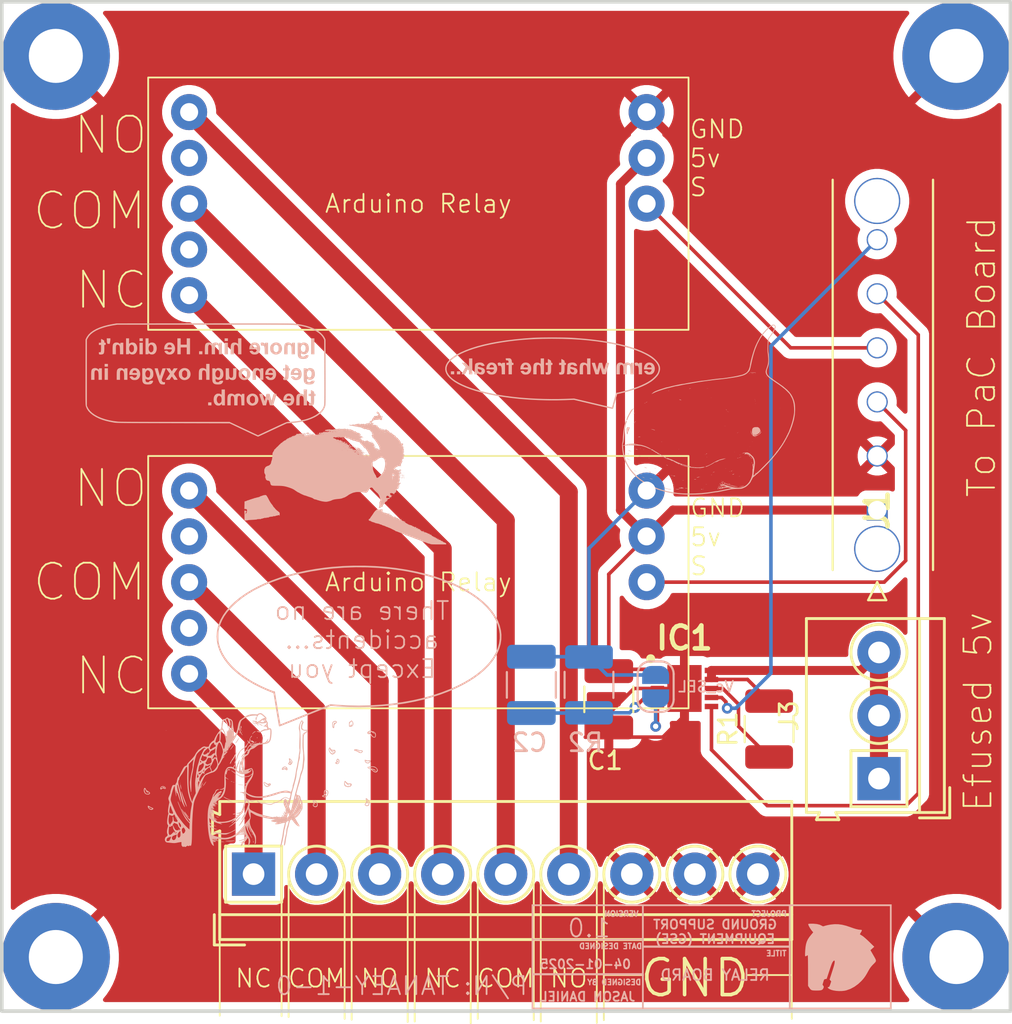
<source format=kicad_pcb>
(kicad_pcb (version 20241229) (generator "pcbnew") (generator_version "9.0")
  (layers (0 "F.Cu" signal) (2 "B.Cu" signal) (13 "F.Paste" user) (15 "B.Paste" user) (5 "F.SilkS" user "F.Silkscreen") (7 "B.SilkS" user "B.Silkscreen") (1 "F.Mask" user) (3 "B.Mask" user) (25 "Edge.Cuts" user))
  (net 0 "")
  (net 1 "Net-(J1-Pin_3)")
  (net 2 "Net-(J1-Pin_4)")
  (net 3 "5v")
  (net 4 "GND")
  (net 5 "Net-(J2-Pin_6)")
  (net 6 "Net-(J2-Pin_5)")
  (net 7 "Net-(J2-Pin_4)")
  (net 8 "Net-(J2-Pin_3)")
  (net 9 "Net-(J2-Pin_2)")
  (net 10 "Net-(J2-Pin_1)")
  (net 11 "Net-(IC1-IMON)")
  (net 12 "Net-(IC1-SRC_1)")
  (net 13 "Net-(IC1-FLAG)")
  (net 14 "Net-(IC1-EN)")
  (net 15 "Net-(IC1-ILIM)")
  (net 16 "Net-(IC1-VC_SEL)")
  (footprint "=Arduino_Custom:5v Arduino Relay" (layer "F.Cu") (at 133.2 104.2 180)
    (property "Reference" "K2" (hide yes))
    (property "Value" "Arduino_Relay_5v" (hide yes))
    (fp_text user "Arduino Relay" (at 12.673214 0 0) (layer "F.SilkS") (effects (font (thickness 0.1))))
    (pad "" thru_hole circle (at 25.4 -2.54 180) (size 2 2) (drill 1) (layers "*.Cu" "*.Mask"))
    (pad "" thru_hole circle (at 25.4 2.54 180) (size 2 2) (drill 1) (layers "*.Cu" "*.Mask"))
    (pad "1" thru_hole circle (at 0 0 180) (size 2 2) (drill 1) (layers "*.Cu" "*.Mask") (net 2 "Net-(J1-Pin_4)"))
    (pad "2" thru_hole circle (at 0 2.54 180) (size 2 2) (drill 1) (layers "*.Cu" "*.Mask") (net 3 "5v"))
    (pad "3" thru_hole circle (at 0 5.08 180) (size 2 2) (drill 1) (layers "*.Cu" "*.Mask") (net 4 "GND"))
    (pad "4" thru_hole circle (at 25.4 5.08 180) (size 2 2) (drill 1) (layers "*.Cu" "*.Mask") (net 5 "Net-(J2-Pin_6)"))
    (pad "5" thru_hole circle (at 25.4 0 180) (size 2 2) (drill 1) (layers "*.Cu" "*.Mask") (net 6 "Net-(J2-Pin_5)"))
    (pad "6" thru_hole circle (at 25.4 -5.08 180) (size 2 2) (drill 1) (layers "*.Cu" "*.Mask") (net 7 "Net-(J2-Pin_4)"))
  )
  (footprint "=Power ICs:[NIS6150MT1TXG] Efuse" (layer "F.Cu") (at 135.3 131.1)
    (property "Reference" "IC1" (at 0 -2.8 0) (layer "F.SilkS") (effects (font (size 1.27 1.27) (thickness 0.254))))
    (property "Value" "NIS6150MT1TXG" (hide yes))
    (pad "1" smd rect (at -1.5 -1 90) (size 0.3 0.75) (layers "F.Cu" "F.Mask" "F.Paste") (net 3 "5v"))
    (pad "2" smd rect (at -1.5 -0.5 90) (size 0.3 0.75) (layers "F.Cu" "F.Mask" "F.Paste") (net 3 "5v"))
    (pad "3" smd rect (at -1.5 0 90) (size 0.3 0.75) (layers "F.Cu" "F.Mask" "F.Paste") (net 4 "GND"))
    (pad "4" smd rect (at -1.5 0.5 90) (size 0.3 0.75) (layers "F.Cu" "F.Mask" "F.Paste") (net 11 "Net-(IC1-IMON)"))
    (pad "5" smd rect (at -1.5 1 90) (size 0.3 0.75) (layers "F.Cu" "F.Mask" "F.Paste") (net 16 "Net-(IC1-VC_SEL)"))
    (pad "6" smd rect (at 1.5 1 90) (size 0.3 0.75) (layers "F.Cu" "F.Mask" "F.Paste") (net 13 "Net-(IC1-FLAG)"))
    (pad "7" smd rect (at 1.5 0.5 90) (size 0.3 0.75) (layers "F.Cu" "F.Mask" "F.Paste") (net 14 "Net-(IC1-EN)"))
    (pad "8" smd rect (at 1.5 0 90) (size 0.3 0.75) (layers "F.Cu" "F.Mask" "F.Paste") (net 15 "Net-(IC1-ILIM)"))
    (pad "9" smd rect (at 1.5 -0.5 90) (size 0.3 0.75) (layers "F.Cu" "F.Mask" "F.Paste") (net 12 "Net-(IC1-SRC_1)"))
    (pad "10" smd rect (at 1.5 -1 90) (size 0.3 0.75) (layers "F.Cu" "F.Mask" "F.Paste") (net 12 "Net-(IC1-SRC_1)"))
    (pad "11" smd rect (at 0 0) (size 1.9 2.6) (layers "F.Cu" "F.Mask" "F.Paste") (net 4 "GND"))
  )
  (footprint "Connector_Molex:Molex_Micro-Fit_3.0_43650-0619_1x06_P3.00mm_Vertical" (layer "F.Cu") (at 146 121.2 -90)
    (property "Reference" "J1" (at 0 0 90) (layer "F.SilkS") (effects (font (size 1.27 1.27) (thickness 0.254))))
    (property "Value" "Conn_01x06" (hide yes))
    (pad "1" thru_hole rect (at 0 0 270) (size 1.17 1.17) (drill 1.02) (layers "*.Cu" "*.Mask") (net 3 "5v"))
    (pad "2" thru_hole circle (at -3 0 270) (size 1.17 1.17) (drill 1.02) (layers "*.Cu" "*.Mask") (net 4 "GND"))
    (pad "3" thru_hole circle (at -6 0 270) (size 1.17 1.17) (drill 1.02) (layers "*.Cu" "*.Mask") (net 1 "Net-(J1-Pin_3)"))
    (pad "4" thru_hole circle (at -9 0 270) (size 1.17 1.17) (drill 1.02) (layers "*.Cu" "*.Mask") (net 2 "Net-(J1-Pin_4)"))
    (pad "5" thru_hole circle (at -12 0 270) (size 1.17 1.17) (drill 1.02) (layers "*.Cu" "*.Mask") (net 13 "Net-(IC1-FLAG)"))
    (pad "6" thru_hole circle (at -15 0 270) (size 1.17 1.17) (drill 1.02) (layers "*.Cu" "*.Mask") (net 14 "Net-(IC1-EN)"))
    (pad "7" thru_hole circle (at 2.15 0 270) (size 2.56 2.56) (drill 2.41) (layers "*.Cu" "*.Mask"))
    (pad "8" thru_hole circle (at -17.15 0 270) (size 2.56 2.56) (drill 2.41) (layers "*.Cu" "*.Mask"))
  )
  (footprint "Capacitor_SMD:C_1210_3225Metric_Pad1.33x2.70mm_HandSolder" (layer "F.Cu") (at 131.1 131.7 -90)
    (property "Reference" "C1" (at 3.4 0.2 180) (layer "F.SilkS"))
    (property "Value" "4.7uF")
    (pad "1" smd roundrect (at -1.5625 0 270) (size 1.325 2.7) (layers "F.Cu" "F.Mask" "F.Paste") (roundrect_rratio 0.188679) (net 3 "5v"))
    (pad "2" smd roundrect (at 1.5625 0 270) (size 1.325 2.7) (layers "F.Cu" "F.Mask" "F.Paste") (roundrect_rratio 0.188679) (net 4 "GND"))
  )
  (footprint "=Screw_Terminal_Block_P3.5mm:PCB_Terminal_Block_9_DEG381-3.5" (layer "F.Cu") (at 111.378214 141.4)
    (property "Reference" "J2" (hide yes))
    (property "Value" "Conn_01x09")
    (pad "1" thru_hole rect (at 0 0) (size 2.4 2.4) (drill 1.2) (layers "*.Cu" "*.Mask") (net 10 "Net-(J2-Pin_1)"))
    (pad "2" thru_hole circle (at 3.5 0) (size 2.4 2.4) (drill 1.2) (layers "*.Cu" "*.Mask") (net 9 "Net-(J2-Pin_2)"))
    (pad "3" thru_hole circle (at 7 0) (size 2.4 2.4) (drill 1.2) (layers "*.Cu" "*.Mask") (net 8 "Net-(J2-Pin_3)"))
    (pad "4" thru_hole circle (at 10.5 0) (size 2.4 2.4) (drill 1.2) (layers "*.Cu" "*.Mask") (net 7 "Net-(J2-Pin_4)"))
    (pad "5" thru_hole circle (at 14 0) (size 2.4 2.4) (drill 1.2) (layers "*.Cu" "*.Mask") (net 6 "Net-(J2-Pin_5)"))
    (pad "6" thru_hole circle (at 17.5 0) (size 2.4 2.4) (drill 1.2) (layers "*.Cu" "*.Mask") (net 5 "Net-(J2-Pin_6)"))
    (pad "7" thru_hole circle (at 21 0) (size 2.4 2.4) (drill 1.2) (layers "*.Cu" "*.Mask") (net 4 "GND"))
    (pad "8" thru_hole circle (at 24.5 0) (size 2.4 2.4) (drill 1.2) (layers "*.Cu" "*.Mask") (net 4 "GND"))
    (pad "9" thru_hole circle (at 28 0) (size 2.4 2.4) (drill 1.2) (layers "*.Cu" "*.Mask") (net 4 "GND"))
  )
  (footprint "=Custom Holes:M3 GND Screwhole" (layer "F.Cu") (at 150.4 146)
    (property "Reference" "REF**" (hide yes))
    (property "Value" "M3 GND Screwhole" (hide yes))
    (pad "1" thru_hole circle (at 0 0) (size 6 6) (drill 3) (layers "*.Cu" "*.Mask") (net 4 "GND"))
  )
  (footprint "=Custom Holes:M3 GND Screwhole" (layer "F.Cu") (at 100.4 146)
    (property "Reference" "REF**" (hide yes))
    (property "Value" "M3 GND Screwhole" (hide yes))
    (pad "1" thru_hole circle (at 0 0) (size 6 6) (drill 3) (layers "*.Cu" "*.Mask") (net 4 "GND"))
  )
  (footprint "=Screw_Terminal_Block_P3.5mm:PCB_Terminal_Block_3_DEG381-3.5" (layer "F.Cu") (at 146.1 136.1 90)
    (property "Reference" "J3" (at 3.484 -5 90) (layer "F.SilkS"))
    (property "Value" "Conn_01x03")
    (pad "1" thru_hole rect (at 0 0 90) (size 2.4 2.4) (drill 1.2) (layers "*.Cu" "*.Mask") (net 12 "Net-(IC1-SRC_1)"))
    (pad "2" thru_hole circle (at 3.5 0 90) (size 2.4 2.4) (drill 1.2) (layers "*.Cu" "*.Mask") (net 12 "Net-(IC1-SRC_1)"))
    (pad "3" thru_hole circle (at 7 0 90) (size 2.4 2.4) (drill 1.2) (layers "*.Cu" "*.Mask") (net 12 "Net-(IC1-SRC_1)"))
  )
  (footprint "=Custom Holes:M3 GND Screwhole" (layer "F.Cu") (at 150.4 96)
    (property "Reference" "REF**" (hide yes))
    (property "Value" "M3 GND Screwhole" (hide yes))
    (pad "1" thru_hole circle (at 0 0) (size 6 6) (drill 3) (layers "*.Cu" "*.Mask") (net 4 "GND"))
  )
  (footprint "Resistor_SMD:R_1210_3225Metric_Pad1.30x2.65mm_HandSolder" (layer "F.Cu") (at 140 133.35 90)
    (property "Reference" "R1" (at 0 -2.28 90) (layer "F.SilkS"))
    (property "Value" "2ohm")
    (pad "1" smd roundrect (at -1.55 0 90) (size 1.3 2.65) (layers "F.Cu" "F.Mask" "F.Paste") (roundrect_rratio 0.192308) (net 15 "Net-(IC1-ILIM)"))
    (pad "2" smd roundrect (at 1.55 0 90) (size 1.3 2.65) (layers "F.Cu" "F.Mask" "F.Paste") (roundrect_rratio 0.192308) (net 12 "Net-(IC1-SRC_1)"))
  )
  (footprint "=Arduino_Custom:5v Arduino Relay" (layer "F.Cu") (at 133.2 125.2 180)
    (property "Reference" "K1" (hide yes))
    (property "Value" "Arduino_Relay_5v" (hide yes))
    (fp_text user "Arduino Relay" (at 12.673214 0 0) (layer "F.SilkS") (effects (font (thickness 0.1))))
    (pad "" thru_hole circle (at 25.4 -2.54 180) (size 2 2) (drill 1) (layers "*.Cu" "*.Mask"))
    (pad "" thru_hole circle (at 25.4 2.54 180) (size 2 2) (drill 1) (layers "*.Cu" "*.Mask"))
    (pad "1" thru_hole circle (at 0 0 180) (size 2 2) (drill 1) (layers "*.Cu" "*.Mask") (net 1 "Net-(J1-Pin_3)"))
    (pad "2" thru_hole circle (at 0 2.54 180) (size 2 2) (drill 1) (layers "*.Cu" "*.Mask") (net 3 "5v"))
    (pad "3" thru_hole circle (at 0 5.08 180) (size 2 2) (drill 1) (layers "*.Cu" "*.Mask") (net 4 "GND"))
    (pad "4" thru_hole circle (at 25.4 5.08 180) (size 2 2) (drill 1) (layers "*.Cu" "*.Mask") (net 8 "Net-(J2-Pin_3)"))
    (pad "5" thru_hole circle (at 25.4 0 180) (size 2 2) (drill 1) (layers "*.Cu" "*.Mask") (net 9 "Net-(J2-Pin_2)"))
    (pad "6" thru_hole circle (at 25.4 -5.08 180) (size 2 2) (drill 1) (layers "*.Cu" "*.Mask") (net 10 "Net-(J2-Pin_1)"))
  )
  (footprint "=Custom Holes:M3 GND Screwhole" (layer "F.Cu") (at 100.4 96)
    (property "Reference" "REF**" (hide yes))
    (property "Value" "M3 GND Screwhole" (hide yes))
    (pad "1" thru_hole circle (at 0 0) (size 6 6) (drill 3) (layers "*.Cu" "*.Mask") (net 4 "GND") (thermal_gap 0))
  )
  (footprint "=Graphics:NCR TItle Block 20x5.8mm" (layer "B.Cu") (at 136.8 146 180)
    (property "Reference" "G***" (hide yes))
    (property "Value" "LOGO" (hide yes))
    (fp_text user "DESIGNED BY" (at 5.4 -1.4 0) (layer "B.SilkS") (effects (font (size 0.3 0.3) (thickness 0.075)) (justify mirror)))
    (fp_text user "TITLE" (at -3.6 0.2 0) (layer "B.SilkS") (effects (font (size 0.3 0.3) (thickness 0.075)) (justify mirror)))
    (fp_text user "VERSION" (at 5 2.4 0) (layer "B.SilkS") (effects (font (size 0.3 0.3) (thickness 0.075)) (justify mirror)))
    (fp_text user "PROJECT" (at -3.2 2.4 0) (layer "B.SilkS") (effects (font (size 0.3 0.3) (thickness 0.075)) (justify mirror)))
    (fp_text user "DATE DESIGNED" (at 5.6 0.6 0) (layer "B.SilkS") (effects (font (size 0.3 0.3) (thickness 0.075)) (justify mirror)))
  )
  (footprint "Resistor_SMD:R_1210_3225Metric_Pad1.30x2.65mm_HandSolder" (layer "B.Cu") (at 130 130.9 -90)
    (property "Reference" "R2" (at 3.2 0.2 0) (layer "B.SilkS") (effects (justify mirror)))
    (property "Value" "1kohm")
    (pad "1" smd roundrect (at -1.55 0 270) (size 1.3 2.65) (layers "B.Cu" "B.Mask" "B.Paste") (roundrect_rratio 0.192308) (net 4 "GND"))
    (pad "2" smd roundrect (at 1.55 0 270) (size 1.3 2.65) (layers "B.Cu" "B.Mask" "B.Paste") (roundrect_rratio 0.192308) (net 11 "Net-(IC1-IMON)"))
  )
  (footprint "Jumper:SolderJumper-2_P1.3mm_Open_RoundedPad1.0x1.5mm" (layer "B.Cu") (at 133.7 131 -90)
    (property "Reference" "JP2" (hide yes))
    (property "Value" "SolderJumper_2_Open")
    (pad "1" smd custom (at -0.65 0 270) (size 1 0.5) (layers "B.Cu" "B.Mask") (net 4 "GND") (options (clearance outline) (anchor rect)) (primitives (gr_circle (center 0 -0.25) (end 0.5 -0.25) (width 0) (fill yes)) (gr_circle (center 0 0.25) (end 0.5 0.25) (width 0) (fill yes)) (gr_poly (pts (xy 0.5 -0.75) (xy 0 -0.75) (xy 0 0.75) (xy 0.5 0.75)) (width 0) (fill yes))))
    (pad "2" smd custom (at 0.65 0 270) (size 1 0.5) (layers "B.Cu" "B.Mask") (net 16 "Net-(IC1-VC_SEL)") (options (clearance outline) (anchor rect)) (primitives (gr_circle (center 0 -0.25) (end 0.5 -0.25) (width 0) (fill yes)) (gr_circle (center 0 0.25) (end 0.5 0.25) (width 0) (fill yes)) (gr_poly (pts (xy 0 -0.75) (xy -0.5 -0.75) (xy -0.5 0.75) (xy 0 0.75)) (width 0) (fill yes))))
  )
  (footprint "=Graphics:Erm Retard" (layer "B.Cu") (at 121.8 117.1 180)
    (property "Reference" "G***" (hide yes))
    (property "Value" "LOGO" (hide yes))
  )
  (footprint "Capacitor_SMD:C_1210_3225Metric_Pad1.33x2.70mm_HandSolder" (layer "B.Cu") (at 126.8 130.9 90)
    (property "Reference" "C2" (at -3.2 -0.1 0) (layer "B.SilkS") (effects (justify mirror)))
    (property "Value" "1uF")
    (pad "1" smd roundrect (at -1.5625 0 90) (size 1.325 2.7) (layers "B.Cu" "B.Mask" "B.Paste") (roundrect_rratio 0.188679) (net 11 "Net-(IC1-IMON)"))
    (pad "2" smd roundrect (at 1.5625 0 90) (size 1.325 2.7) (layers "B.Cu" "B.Mask" "B.Paste") (roundrect_rratio 0.188679) (net 4 "GND"))
  )
  (footprint "=Graphics:Oogway wisdom 20x16" (layer "B.Cu") (at 115.2 132 180)
    (property "Reference" "G***" (hide yes))
    (property "Value" "LOGO" (hide yes))
  )
  (gr_line (start 109.498214 145.03) (end 109.5 149.25) (stroke (width 0.1)) (layer "F.SilkS"))
  (gr_line (start 119.933214 141.4) (end 119.933214 149.6) (stroke (width 0.1)) (layer "F.SilkS"))
  (gr_line (start 116.823214 141.4) (end 116.823214 149.475) (stroke (width 0.1)) (layer "F.SilkS"))
  (gr_line (start 138.8 147) (end 141.2 147) (stroke (width 0.1)) (layer "F.SilkS"))
  (gr_line (start 113.323214 141.4) (end 113.323214 149.325) (stroke (width 0.1)) (layer "F.SilkS"))
  (gr_line (start 126.933214 141.4) (end 126.933214 149.5) (stroke (width 0.1)) (layer "F.SilkS"))
  (gr_line (start 130.433214 141.4) (end 130.433214 149.65) (stroke (width 0.1)) (layer "F.SilkS"))
  (gr_line (start 141.258214 145.03) (end 141.258214 149.425007) (stroke (width 0.1)) (layer "F.SilkS"))
  (gr_line (start 123.823214 141.4) (end 123.823214 149.425) (stroke (width 0.1)) (layer "F.SilkS"))
  (gr_line (start 127.323214 141.4) (end 127.323214 149.575) (stroke (width 0.1)) (layer "F.SilkS"))
  (gr_line (start 112.933214 142.955) (end 112.933214 149.275) (stroke (width 0.1)) (layer "F.SilkS"))
  (gr_line (start 120.323214 141.4) (end 120.323214 149.575) (stroke (width 0.1)) (layer "F.SilkS"))
  (gr_line (start 116.433214 141.4) (end 116.433214 149.425) (stroke (width 0.1)) (layer "F.SilkS"))
  (gr_line (start 123.433214 141.399996) (end 123.433214 149.675) (stroke (width 0.1)) (layer "F.SilkS"))
  (gr_line (start 130.823214 141.4) (end 130.825 149.5) (stroke (width 0.1)) (layer "F.SilkS"))
  (gr_line (start 133 147) (end 130.825 147) (stroke (width 0.1)) (layer "F.SilkS"))
  (gr_rect (start 97.4 93) (end 153.4 149) (stroke (width 0.2)) (fill no) (layer "Edge.Cuts"))
  (gr_text "NO" (at 128.878214 146.6 0) (layer "F.SilkS") (effects (font (size 1 1) (thickness 0.1)) (justify top)))
  (gr_text "GND\n5v\nS" (at 135.525 101.675 0) (layer "F.SilkS") (effects (font (size 1 1) (thickness 0.1)) (justify left)))
  (gr_text "NO" (at 105.6 100.4 0) (layer "F.SilkS") (effects (font (size 2 2) (thickness 0.1)) (justify right)))
  (gr_text "NO" (at 105.6 120 0) (layer "F.SilkS") (effects (font (size 2 2) (thickness 0.1)) (justify right)))
  (gr_text "Efused 5v" (at 151.6 132.4 90) (layer "F.SilkS") (effects (font (size 1.5 1.5) (thickness 0.1))))
  (gr_text "GND" (at 135.878214 146 0) (layer "F.SilkS") (effects (font (size 2 2) (thickness 0.2)) (justify top)))
  (gr_text "NC" (at 111.378214 146.6 0) (layer "F.SilkS") (effects (font (size 1 1) (thickness 0.1)) (justify top)))
  (gr_text "COM" (at 105.526786 104.6 0) (layer "F.SilkS") (effects (font (size 2 2) (thickness 0.1)) (justify right)))
  (gr_text "COM" (at 105.526786 125.2 0) (layer "F.SilkS") (effects (font (size 2 2) (thickness 0.1)) (justify right)))
  (gr_text "NC" (at 105.6 130.4 0) (layer "F.SilkS") (effects (font (size 2 2) (thickness 0.1)) (justify right)))
  (gr_text "NO" (at 118.378214 146.6 0) (layer "F.SilkS") (effects (font (size 1 1) (thickness 0.1)) (justify top)))
  (gr_text "COM" (at 114.878214 146.6 0) (layer "F.SilkS") (effects (font (size 1 1) (thickness 0.1)) (justify top)))
  (gr_text "GND\n5v\nS" (at 135.55 122.7 0) (layer "F.SilkS") (effects (font (size 1 1) (thickness 0.1)) (justify left)))
  (gr_text "To PaC Board" (at 151.8 112.7 90) (layer "F.SilkS") (effects (font (size 1.5 1.5) (thickness 0.1))))
  (gr_text "NC" (at 105.6 109 0) (layer "F.SilkS") (effects (font (size 2 2) (thickness 0.1)) (justify right)))
  (gr_text "COM" (at 125.378214 146.6 0) (layer "F.SilkS") (effects (font (size 1 1) (thickness 0.1)) (justify top)))
  (gr_text "NC" (at 121.878214 146.6 0) (layer "F.SilkS") (effects (font (size 1 1) (thickness 0.1)) (justify top)))
  (gr_text "JASON DANIEL" (at 129.927878 148.2 0) (layer "B.SilkS") (effects (font (size 0.5 0.5) (thickness 0.1)) (justify mirror)))
  (gr_text "04-01-2025" (at 129.8 146.4 0) (layer "B.SilkS") (effects (font (size 0.5 0.5) (thickness 0.1)) (justify mirror)))
  (gr_text "1.0" (at 130 144.4 0) (layer "B.SilkS") (effects (font (size 1 1) (thickness 0.1)) (justify mirror)))
  (gr_text "RELAY BOARD" (at 137 147 0) (layer "B.SilkS") (effects (font (size 0.6 0.6) (thickness 0.1)) (justify mirror)))
  (gr_text "GROUND SUPPORT\nEQUIPMENT (GSE)" (at 137 144.6 0) (layer "B.SilkS") (effects (font (size 0.5 0.5) (thickness 0.1)) (justify mirror)))
  (gr_text "P/N: TANAEY-1-0" (at 119.6 147.6 0) (layer "B.SilkS") (effects (font (size 1 1) (thickness 0.1)) (justify mirror)))
  (gr_text "There are no\naccidents...\nExcept you" (at 117.4 128.4 0) (layer "B.SilkS") (effects (font (size 1 1) (thickness 0.1)) (justify mirror)))
  (gr_text "Vc_SEL" (at 136.5 131 0) (layer "B.SilkS") (effects (font (size 0.6 0.6) (thickness 0.1)) (justify mirror)))
  (segment (start 147.581 116.781) (end 147.581 124.004872) (width 0.2) (layer "F.Cu") (net 1))
  (segment (start 146 115.2) (end 147.581 116.781) (width 0.2) (layer "F.Cu") (net 1))
  (segment (start 147.581 124.004872) (end 146.385872 125.2) (width 0.2) (layer "F.Cu") (net 1))
  (segment (start 146.385872 125.2) (end 133.2 125.2) (width 0.2) (layer "F.Cu") (net 1))
  (segment (start 141.2 112.2) (end 133.2 104.2) (width 0.2) (layer "F.Cu") (net 2))
  (segment (start 146 112.2) (end 141.2 112.2) (width 0.2) (layer "F.Cu") (net 2))
  (segment (start 131.749 103.111) (end 133.2 101.66) (width 0.5) (layer "F.Cu") (net 3))
  (segment (start 133.8 130.1) (end 133.8 130.6) (width 0.2) (layer "F.Cu") (net 3))
  (segment (start 131.1 124.76) (end 133.2 122.66) (width 0.2) (layer "F.Cu") (net 3))
  (segment (start 131.1 130.0375) (end 133.7375 130.0375) (width 0.2) (layer "F.Cu") (net 3))
  (segment (start 133.7375 130.0375) (end 133.8 130.1) (width 0.2) (layer "F.Cu") (net 3))
  (segment (start 146 121.2) (end 134.66 121.2) (width 0.5) (layer "F.Cu") (net 3))
  (segment (start 131.1 130.0375) (end 131.1 124.76) (width 0.2) (layer "F.Cu") (net 3))
  (segment (start 134.66 121.2) (end 133.2 122.66) (width 0.5) (layer "F.Cu") (net 3))
  (segment (start 131.749 121.209) (end 131.749 103.111) (width 0.5) (layer "F.Cu") (net 3))
  (segment (start 133.2 122.66) (end 131.749 121.209) (width 0.5) (layer "F.Cu") (net 3))
  (segment (start 133.8 131.1) (end 132.5 131.1) (width 0.2) (layer "F.Cu") (net 4))
  (segment (start 135.3 132.6) (end 135.3 131.1) (width 0.2) (layer "F.Cu") (net 4))
  (segment (start 132.5 131.1) (end 129.8 133.8) (width 0.2) (layer "F.Cu") (net 4))
  (segment (start 135.3 131.1) (end 133.8 131.1) (width 0.2) (layer "F.Cu") (net 4))
  (segment (start 134.1 133.8) (end 135.3 132.6) (width 0.2) (layer "F.Cu") (net 4))
  (segment (start 129.8 133.8) (end 134.1 133.8) (width 0.2) (layer "F.Cu") (net 4))
  (segment (start 129.9875 129.3375) (end 130 129.35) (width 0.2) (layer "B.Cu") (net 4))
  (segment (start 131 130.35) (end 130 129.35) (width 0.2) (layer "B.Cu") (net 4))
  (segment (start 126.8 129.3375) (end 129.9875 129.3375) (width 0.2) (layer "B.Cu") (net 4))
  (segment (start 130 129.35) (end 130 123.32) (width 0.2) (layer "B.Cu") (net 4))
  (segment (start 133.7 130.35) (end 131 130.35) (width 0.2) (layer "B.Cu") (net 4))
  (segment (start 130 123.32) (end 133.2 120.12) (width 0.2) (layer "B.Cu") (net 4))
  (segment (start 128.878214 120.198214) (end 128.878214 141.4) (width 1) (layer "F.Cu") (net 5))
  (segment (start 107.8 99.12) (end 128.878214 120.198214) (width 1) (layer "F.Cu") (net 5))
  (segment (start 107.8 104.2) (end 125.378214 121.778214) (width 1) (layer "F.Cu") (net 6))
  (segment (start 125.378214 121.778214) (end 125.378214 141.4) (width 1) (layer "F.Cu") (net 6))
  (segment (start 121.878214 123.358214) (end 121.878214 141.4) (width 1) (layer "F.Cu") (net 7))
  (segment (start 107.8 109.28) (end 121.878214 123.358214) (width 1) (layer "F.Cu") (net 7))
  (segment (start 107.8 120.12) (end 118.378214 130.698214) (width 1) (layer "F.Cu") (net 8))
  (segment (start 118.378214 130.698214) (end 118.378214 141.4) (width 1) (layer "F.Cu") (net 8))
  (segment (start 114.878214 132.278214) (end 114.878214 141.4) (width 1) (layer "F.Cu") (net 9))
  (segment (start 107.8 125.2) (end 114.878214 132.278214) (width 1) (layer "F.Cu") (net 9))
  (segment (start 107.8 130.28) (end 111.378214 133.858214) (width 1) (layer "F.Cu") (net 10))
  (segment (start 111.378214 133.858214) (end 111.378214 141.4) (width 1) (layer "F.Cu") (net 10))
  (segment (start 132.55 132.15) (end 133.1 131.6) (width 0.2) (layer "F.Cu") (net 11))
  (segment (start 133.1 131.6) (end 133.8 131.6) (width 0.2) (layer "F.Cu") (net 11))
  (via (at 132.55 132.15) (size 0.6) (drill 0.3) (layers "F.Cu" "B.Cu") (net 11))
  (segment (start 129.6375 132.4625) (end 126.8 132.4625) (width 0.2) (layer "B.Cu") (net 11))
  (segment (start 132.25 132.45) (end 130 132.45) (width 0.2) (layer "B.Cu") (net 11))
  (segment (start 129.65 132.45) (end 129.6375 132.4625) (width 0.2) (layer "B.Cu") (net 11))
  (segment (start 132.55 132.15) (end 132.25 132.45) (width 0.2) (layer "B.Cu") (net 11))
  (segment (start 130 132.45) (end 129.65 132.45) (width 0.2) (layer "B.Cu") (net 11))
  (segment (start 136.8 130.1) (end 145.1 130.1) (width 0.5) (layer "F.Cu") (net 12))
  (segment (start 146.1 129.1) (end 146.1 132.6) (width 1) (layer "F.Cu") (net 12))
  (segment (start 138.8 130.6) (end 136.8 130.6) (width 0.2) (layer "F.Cu") (net 12))
  (segment (start 136.8 130.1) (end 136.8 130.499) (width 0.5) (layer "F.Cu") (net 12))
  (segment (start 140 131.8) (end 138.8 130.6) (width 0.2) (layer "F.Cu") (net 12))
  (segment (start 145.1 130.1) (end 146.1 129.1) (width 0.5) (layer "F.Cu") (net 12))
  (segment (start 146.1 132.6) (end 146.1 136.1) (width 1) (layer "F.Cu") (net 12))
  (segment (start 148.282 136.92) (end 148.282 111.482) (width 0.2) (layer "F.Cu") (net 13))
  (segment (start 148.282 111.482) (end 146 109.2) (width 0.2) (layer "F.Cu") (net 13))
  (segment (start 147.601 137.601) (end 148.282 136.92) (width 0.2) (layer "F.Cu") (net 13))
  (segment (start 136.8 134.5) (end 139.901 137.601) (width 0.2) (layer "F.Cu") (net 13))
  (segment (start 136.8 132.1) (end 136.8 134.5) (width 0.2) (layer "F.Cu") (net 13))
  (segment (start 139.901 137.601) (end 147.601 137.601) (width 0.2) (layer "F.Cu") (net 13))
  (segment (start 137.6 132.12153) (end 137.6 131.8401) (width 0.2) (layer "F.Cu") (net 14))
  (segment (start 137.6 131.8401) (end 137.3599 131.6) (width 0.2) (layer "F.Cu") (net 14))
  (segment (start 137.3599 131.6) (end 136.8 131.6) (width 0.2) (layer "F.Cu") (net 14))
  (segment (start 137.674999 132.196529) (end 137.6 132.12153) (width 0.2) (layer "F.Cu") (net 14))
  (via (at 137.674999 132.196529) (size 0.6) (drill 0.3) (layers "F.Cu" "B.Cu") (net 14))
  (segment (start 140.1 130.25) (end 140.1 112.1) (width 0.2) (layer "B.Cu") (net 14))
  (segment (start 137.674999 132.196529) (end 138.153471 132.196529) (width 0.2) (layer "B.Cu") (net 14))
  (segment (start 140.1 112.1) (end 146 106.2) (width 0.2) (layer "B.Cu") (net 14))
  (segment (start 138.153471 132.196529) (end 140.1 130.25) (width 0.2) (layer "B.Cu") (net 14))
  (segment (start 137.427 131.1) (end 136.8 131.1) (width 0.2) (layer "F.Cu") (net 15))
  (segment (start 140 134.9) (end 138.3 133.2) (width 0.2) (layer "F.Cu") (net 15))
  (segment (start 138.3 133.2) (end 138.3 131.973) (width 0.2) (layer "F.Cu") (net 15))
  (segment (start 138.3 131.973) (end 137.427 131.1) (width 0.2) (layer "F.Cu") (net 15))
  (segment (start 133.8 133.1) (end 133.7 133.2) (width 0.2) (layer "F.Cu") (net 16))
  (segment (start 133.8 132.1) (end 133.8 133.1) (width 0.2) (layer "F.Cu") (net 16))
  (via (at 133.7 133.2) (size 0.6) (drill 0.3) (layers "F.Cu" "B.Cu") (net 16))
  (segment (start 133.7 133.2) (end 133.7 131.65) (width 0.2) (layer "B.Cu") (net 16))
  (zone (net 4) (net_name "GND") (layer "F.Cu") (connect_pads (clearance 0.5)) (min_thickness 0.25) (fill yes (thermal_gap 0.5) (thermal_bridge_width 0.5))
    (polygon (pts (xy 153.4 93) (xy 97.4 93) (xy 97.4 149) (xy 153.4 149)))
  )
)
</source>
